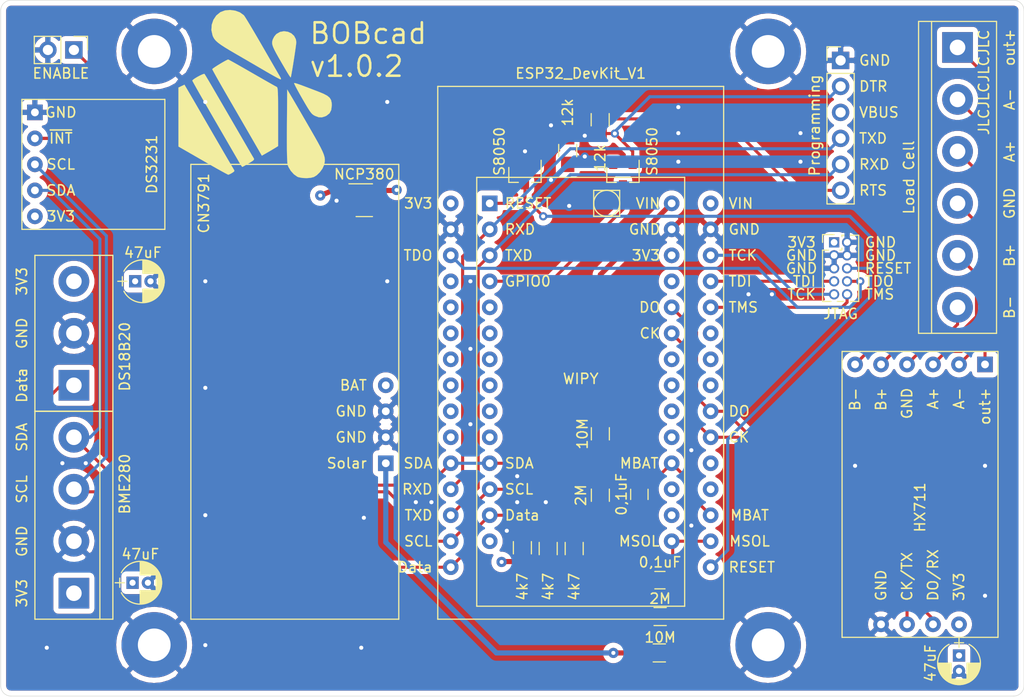
<source format=kicad_pcb>
(kicad_pcb (version 20171130) (host pcbnew "(5.1.9)-1")
  (title_block (date 2021-03-05) (rev v1.0.2) (comment 2 https://github.com/marcelgasser/BOBcad.git) (comment 3 "BOB (Bee Observer) inspired KiCad project for hive monitoring") (comment 4 "Author: Marcel Gasser"))
  (layers (0 F.Cu signal) (1 GND power) (2 PWR power) (31 B.Cu signal) (34 B.Paste user hide) (35 F.Paste user hide) (36 B.SilkS user) (37 F.SilkS user) (38 B.Mask user hide) (39 F.Mask user hide) (44 Edge.Cuts user))
  (net 0 "")
  (net 1 /3V3)
  (net 2 /BAT)
  (net 3 /Data)
  (net 4 /SCL)
  (net 5 /SDA)
  (net 6 "Net-(J6-Pad1)")
  (net 7 "Net-(J6-Pad2)")
  (net 8 "Net-(J6-Pad3)")
  (net 9 "Net-(J6-Pad4)")
  (net 10 "Net-(J6-Pad5)")
  (net 11 "Net-(J6-Pad6)")
  (net 12 /~INT)
  (net 13 /DO)
  (net 14 /CK)
  (net 15 /DTR)
  (net 16 /TXD)
  (net 17 /RXD)
  (net 18 /RTS)
  (net 19 /RESET)
  (net 20 /GPIO0)
  (net 21 /GPIO39)
  (net 22 "Net-(Q1-Pad2)")
  (net 23 "Net-(Q2-Pad2)")
  (net 24 GND)
  (net 25 /TDI)
  (net 26 /TDO)
  (net 27 /TCK)
  (net 28 /TMS)
  (net 29 /Solar)
  (net 30 /GPIO36)
  (net 31 /3.5-5.5V)
  (module BOBcad:BOB_logo (layer F.Cu) (at 116.446 69.858)
    (fp_text reference G*** hide)
    (fp_text value LOGO hide)
  )
  (module BOBcad:ESP32_DevKit_V1 (layer F.Cu) (at 161.006 116.092 180)
    (fp_text reference U4 hide)
    (fp_text value ESP32_DevKit_V1 (at 12.7 48.26 180) (layer F.SilkS))
    (fp_text user MBAT (at -3.81 5.08) (layer F.SilkS))
    (fp_text user TDO (at 28.59881 30.48 180) (layer F.SilkS))
    (fp_text user GND (at -3.286191 33.02 180) (layer F.SilkS))
    (fp_text user 3V3 (at 28.575 35.56 180) (layer F.SilkS))
    (fp_text user SDA (at 28.59881 10.16 180) (layer F.SilkS))
    (fp_text user TXD (at 28.551191 5.08 180) (layer F.SilkS))
    (fp_text user RXD (at 28.670238 7.62 180) (layer F.SilkS))
    (fp_text user SCL (at 28.575 2.54 180) (layer F.SilkS))
    (fp_text user Data (at 28.884524 0 180) (layer F.SilkS))
    (fp_text user RESET (at -4.024286 0 180) (layer F.SilkS))
    (fp_text user MSOL (at -3.81 2.54) (layer F.SilkS))
    (fp_text user CK (at -2.762381 12.7 180) (layer F.SilkS))
    (fp_text user DO (at -2.786191 15.24 180) (layer F.SilkS))
    (fp_text user TMS (at -3.190953 25.4 180) (layer F.SilkS))
    (fp_text user TDI (at -2.881429 27.94 180) (layer F.SilkS))
    (fp_text user TCK (at -3.143334 30.48 180) (layer F.SilkS))
    (fp_text user VIN (at -2.952857 35.56 180) (layer F.SilkS))
    (pad 1 thru_hole circle (at 0 0 180) (size 1.524 1.524) (drill 0.762) (layers *.Cu *.Mask) (net 19 /RESET))
    (pad 2 thru_hole circle (at 0 2.54 180) (size 1.524 1.524) (drill 0.762) (layers *.Cu *.Mask) (net 30 /GPIO36))
    (pad 3 thru_hole circle (at 0 5.08 180) (size 1.524 1.524) (drill 0.762) (layers *.Cu *.Mask) (net 21 /GPIO39))
    (pad 4 thru_hole circle (at 0 7.62 180) (size 1.524 1.524) (drill 0.762) (layers *.Cu *.Mask))
    (pad 5 thru_hole circle (at 0 10.16 180) (size 1.524 1.524) (drill 0.762) (layers *.Cu *.Mask))
    (pad 6 thru_hole circle (at 0 12.7 180) (size 1.524 1.524) (drill 0.762) (layers *.Cu *.Mask) (net 14 /CK))
    (pad 7 thru_hole circle (at 0 15.24 180) (size 1.524 1.524) (drill 0.762) (layers *.Cu *.Mask) (net 13 /DO))
    (pad 8 thru_hole circle (at 0 17.78 180) (size 1.524 1.524) (drill 0.762) (layers *.Cu *.Mask))
    (pad 9 thru_hole circle (at 0 20.32 180) (size 1.524 1.524) (drill 0.762) (layers *.Cu *.Mask))
    (pad 10 thru_hole circle (at 0 22.86 180) (size 1.524 1.524) (drill 0.762) (layers *.Cu *.Mask))
    (pad 11 thru_hole circle (at 0 25.4 180) (size 1.524 1.524) (drill 0.762) (layers *.Cu *.Mask) (net 28 /TMS))
    (pad 12 thru_hole circle (at 0 27.94 180) (size 1.524 1.524) (drill 0.762) (layers *.Cu *.Mask) (net 25 /TDI))
    (pad 13 thru_hole circle (at 0 30.48 180) (size 1.524 1.524) (drill 0.762) (layers *.Cu *.Mask) (net 27 /TCK))
    (pad 14 thru_hole circle (at 0 33.02 180) (size 1.524 1.524) (drill 0.762) (layers *.Cu *.Mask) (net 24 GND))
    (pad 15 thru_hole circle (at 0 35.56 180) (size 1.524 1.524) (drill 0.762) (layers *.Cu *.Mask) (net 31 /3.5-5.5V))
    (pad 21 thru_hole circle (at 25.4 22.86 180) (size 1.524 1.524) (drill 0.762) (layers *.Cu *.Mask))
    (pad 16 thru_hole circle (at 25.4 35.56 180) (size 1.524 1.524) (drill 0.762) (layers *.Cu *.Mask) (net 1 /3V3))
    (pad 25 thru_hole circle (at 25.4 12.7 180) (size 1.524 1.524) (drill 0.762) (layers *.Cu *.Mask))
    (pad 20 thru_hole circle (at 25.4 25.4 180) (size 1.524 1.524) (drill 0.762) (layers *.Cu *.Mask))
    (pad 17 thru_hole circle (at 25.4 33.02 180) (size 1.524 1.524) (drill 0.762) (layers *.Cu *.Mask) (net 24 GND))
    (pad 24 thru_hole circle (at 25.4 15.24 180) (size 1.524 1.524) (drill 0.762) (layers *.Cu *.Mask))
    (pad 29 thru_hole circle (at 25.4 2.54 180) (size 1.524 1.524) (drill 0.762) (layers *.Cu *.Mask) (net 4 /SCL))
    (pad 28 thru_hole circle (at 25.4 5.08 180) (size 1.524 1.524) (drill 0.762) (layers *.Cu *.Mask) (net 17 /RXD))
    (pad 23 thru_hole circle (at 25.4 17.78 180) (size 1.524 1.524) (drill 0.762) (layers *.Cu *.Mask))
    (pad 27 thru_hole circle (at 25.4 7.62 180) (size 1.524 1.524) (drill 0.762) (layers *.Cu *.Mask) (net 16 /TXD))
    (pad 19 thru_hole circle (at 25.4 27.94 180) (size 1.524 1.524) (drill 0.762) (layers *.Cu *.Mask))
    (pad 22 thru_hole circle (at 25.4 20.32 180) (size 1.524 1.524) (drill 0.762) (layers *.Cu *.Mask))
    (pad 18 thru_hole circle (at 25.4 30.48 180) (size 1.524 1.524) (drill 0.762) (layers *.Cu *.Mask) (net 26 /TDO))
    (pad 30 thru_hole circle (at 25.4 0 180) (size 1.524 1.524) (drill 0.762) (layers *.Cu *.Mask) (net 3 /Data))
    (pad 26 thru_hole circle (at 25.4 10.16 180) (size 1.524 1.524) (drill 0.762) (layers *.Cu *.Mask) (net 5 /SDA))
  )
  (module Capacitors_ThroughHole:CP_Radial_D4.0mm_P1.50mm (layer F.Cu) (at 104.762 88.146)
    (fp_text reference C5 hide)
    (fp_text value 47uF (at 0.75 -2.794) (layer F.SilkS))
    (pad 1 thru_hole rect (at 0 0) (size 1.2 1.2) (drill 0.6) (layers *.Cu *.Mask) (net 1 /3V3))
    (pad 2 thru_hole circle (at 1.5 0) (size 1.2 1.2) (drill 0.6) (layers *.Cu *.Mask) (net 24 GND))
  )
  (module Capacitors_ThroughHole:CP_Radial_D4.0mm_P1.50mm (layer F.Cu) (at 104.508 117.61)
    (fp_text reference C4 hide)
    (fp_text value 47uF (at 0.762 -2.794) (layer F.SilkS))
    (pad 1 thru_hole rect (at 0 0) (size 1.2 1.2) (drill 0.6) (layers *.Cu *.Mask) (net 1 /3V3))
    (pad 2 thru_hole circle (at 1.5 0) (size 1.2 1.2) (drill 0.6) (layers *.Cu *.Mask) (net 24 GND))
  )
  (module Capacitors_ThroughHole:CP_Radial_D4.0mm_P1.50mm (layer F.Cu) (at 185.28 124.722 270)
    (fp_text reference C2 hide)
    (fp_text value 47uF (at 0.75 2.794 90) (layer F.SilkS))
    (pad 1 thru_hole rect (at 0 0 270) (size 1.2 1.2) (drill 0.6) (layers *.Cu *.Mask) (net 1 /3V3))
    (pad 2 thru_hole circle (at 1.5 0 270) (size 1.2 1.2) (drill 0.6) (layers *.Cu *.Mask) (net 24 GND))
  )
  (module Capacitors_SMD:C_0805_HandSoldering (layer F.Cu) (at 156.05 117.356 180)
    (fp_text reference C3 hide)
    (fp_text value 0,1uF (at 0 1.75) (layer F.SilkS))
    (pad 1 smd rect (at -1.25 0 180) (size 1.5 1.25) (layers F.Cu F.Paste F.Mask) (net 30 /GPIO36))
    (pad 2 smd rect (at 1.25 0 180) (size 1.5 1.25) (layers F.Cu F.Paste F.Mask) (net 24 GND))
  )
  (module Capacitors_SMD:C_0805_HandSoldering (layer F.Cu) (at 154.038 108.974 270)
    (fp_text reference C1 hide)
    (fp_text value 0,1uF (at 0 1.75 90) (layer F.SilkS))
    (pad 1 smd rect (at -1.25 0 270) (size 1.5 1.25) (layers F.Cu F.Paste F.Mask) (net 21 /GPIO39))
    (pad 2 smd rect (at 1.25 0 270) (size 1.5 1.25) (layers F.Cu F.Paste F.Mask) (net 24 GND))
  )
  (module BOBcad:WiPy_module (layer F.Cu) (at 139.416 80.532)
    (fp_text reference U3 hide)
    (fp_text value WIPY (at 8.89 17.145) (layer F.SilkS))
    (fp_text user MBAT (at 14.605 25.4) (layer F.SilkS))
    (fp_text user CK (at 15.652619 12.7) (layer F.SilkS))
    (fp_text user DO (at 15.628809 10.16) (layer F.SilkS))
    (fp_text user 3V3 (at 15.271666 5.08) (layer F.SilkS))
    (fp_text user GND (at 15.128809 2.54) (layer F.SilkS))
    (fp_text user VIN (at 15.462143 0) (layer F.SilkS))
    (fp_text user Data (at 3.175 30.48) (layer F.SilkS))
    (fp_text user SCL (at 2.865476 27.94) (layer F.SilkS))
    (fp_text user SDA (at 2.889286 25.4) (layer F.SilkS))
    (fp_text user GPIO0 (at 3.722619 7.62) (layer F.SilkS))
    (fp_text user TXD (at 2.841667 5.08) (layer F.SilkS))
    (fp_text user RXD (at 2.960714 2.54) (layer F.SilkS))
    (fp_text user RESET (at 3.746429 0) (layer F.SilkS))
    (fp_text user MSOL (at 14.605 33.02) (layer F.SilkS))
    (pad 28 thru_hole circle (at 17.78 0) (size 1.524 1.524) (drill 0.762) (layers *.Cu *.Mask) (net 31 /3.5-5.5V))
    (pad 27 thru_hole circle (at 17.78 2.54) (size 1.524 1.524) (drill 0.762) (layers *.Cu *.Mask) (net 24 GND))
    (pad 26 thru_hole circle (at 17.78 5.08) (size 1.524 1.524) (drill 0.762) (layers *.Cu *.Mask) (net 1 /3V3))
    (pad 25 thru_hole circle (at 17.78 7.62) (size 1.524 1.524) (drill 0.762) (layers *.Cu *.Mask))
    (pad 24 thru_hole circle (at 17.78 10.16) (size 1.524 1.524) (drill 0.762) (layers *.Cu *.Mask) (net 13 /DO))
    (pad 23 thru_hole circle (at 17.78 12.7) (size 1.524 1.524) (drill 0.762) (layers *.Cu *.Mask) (net 14 /CK))
    (pad 22 thru_hole circle (at 17.78 15.24) (size 1.524 1.524) (drill 0.762) (layers *.Cu *.Mask))
    (pad 21 thru_hole circle (at 17.78 17.78) (size 1.524 1.524) (drill 0.762) (layers *.Cu *.Mask))
    (pad 20 thru_hole circle (at 17.78 20.32) (size 1.524 1.524) (drill 0.762) (layers *.Cu *.Mask))
    (pad 19 thru_hole circle (at 17.78 22.86) (size 1.524 1.524) (drill 0.762) (layers *.Cu *.Mask))
    (pad 18 thru_hole circle (at 17.78 25.4) (size 1.524 1.524) (drill 0.762) (layers *.Cu *.Mask) (net 21 /GPIO39))
    (pad 17 thru_hole circle (at 17.78 27.94) (size 1.524 1.524) (drill 0.762) (layers *.Cu *.Mask))
    (pad 16 thru_hole circle (at 17.78 30.48) (size 1.524 1.524) (drill 0.762) (layers *.Cu *.Mask))
    (pad 15 thru_hole circle (at 17.78 33.02) (size 1.524 1.524) (drill 0.762) (layers *.Cu *.Mask) (net 30 /GPIO36))
    (pad 14 thru_hole circle (at 0 33.02) (size 1.524 1.524) (drill 0.762) (layers *.Cu *.Mask))
    (pad 13 thru_hole circle (at 0 30.48) (size 1.524 1.524) (drill 0.762) (layers *.Cu *.Mask) (net 3 /Data))
    (pad 12 thru_hole circle (at 0 27.94) (size 1.524 1.524) (drill 0.762) (layers *.Cu *.Mask) (net 4 /SCL))
    (pad 11 thru_hole circle (at 0 25.4) (size 1.524 1.524) (drill 0.762) (layers *.Cu *.Mask) (net 5 /SDA))
    (pad 10 thru_hole circle (at 0 22.86) (size 1.524 1.524) (drill 0.762) (layers *.Cu *.Mask))
    (pad 9 thru_hole circle (at 0 20.32) (size 1.524 1.524) (drill 0.762) (layers *.Cu *.Mask))
    (pad 8 thru_hole circle (at 0 17.78) (size 1.524 1.524) (drill 0.762) (layers *.Cu *.Mask))
    (pad 7 thru_hole circle (at 0 15.24) (size 1.524 1.524) (drill 0.762) (layers *.Cu *.Mask))
    (pad 6 thru_hole circle (at 0 12.7) (size 1.524 1.524) (drill 0.762) (layers *.Cu *.Mask))
    (pad 5 thru_hole circle (at 0 10.16) (size 1.524 1.524) (drill 0.762) (layers *.Cu *.Mask))
    (pad 4 thru_hole circle (at 0 7.62) (size 1.524 1.524) (drill 0.762) (layers *.Cu *.Mask) (net 20 /GPIO0))
    (pad 3 thru_hole circle (at 0 5.08) (size 1.524 1.524) (drill 0.762) (layers *.Cu *.Mask) (net 17 /RXD))
    (pad 2 thru_hole circle (at 0 2.54) (size 1.524 1.524) (drill 0.762) (layers *.Cu *.Mask) (net 16 /TXD))
    (pad 1 thru_hole rect (at 0 0) (size 1.524 1.524) (drill 0.762) (layers *.Cu *.Mask) (net 19 /RESET))
  )
  (module BOBcad:CN3791_Module (layer F.Cu) (at 130.526 76.722 270)
    (fp_text reference J1 hide)
    (fp_text value CN3791 (at 3.81 19.05 270) (layer F.SilkS))
    (fp_text user BAT (at 21.59 4.437143) (layer F.SilkS))
    (fp_text user GND (at 24.13 4.651429) (layer F.SilkS))
    (fp_text user GND (at 26.67 4.651429) (layer F.SilkS))
    (fp_text user Solar (at 29.21 5.08) (layer F.SilkS))
    (pad 1 thru_hole rect (at 29.21 1.27 270) (size 1.524 1.524) (drill 0.762) (layers *.Cu *.Mask) (net 29 /Solar))
    (pad 2 thru_hole circle (at 26.67 1.27 270) (size 1.524 1.524) (drill 0.762) (layers *.Cu *.Mask) (net 24 GND))
    (pad 3 thru_hole circle (at 24.13 1.27 270) (size 1.524 1.524) (drill 0.762) (layers *.Cu *.Mask) (net 24 GND))
    (pad 4 thru_hole circle (at 21.59 1.27 270) (size 1.524 1.524) (drill 0.762) (layers *.Cu *.Mask) (net 2 /BAT))
  )
  (module BOBcad:DS3231mini (layer F.Cu) (at 94.966 71.642)
    (fp_text reference J7 hide)
    (fp_text value DS3231 (at 11.43 5.08 90) (layer F.SilkS))
    (fp_text user 3V3 (at 2.54 10.16) (layer F.SilkS))
    (fp_text user SDA (at 2.54 7.62) (layer F.SilkS))
    (fp_text user SCL (at 2.54 5.08) (layer F.SilkS))
    (fp_text user ~INT (at 2.54 2.54) (layer F.SilkS))
    (fp_text user GND (at 2.54 0) (layer F.SilkS))
    (pad 1 thru_hole rect (at 0 0) (size 1.524 1.524) (drill 0.762) (layers *.Cu *.Mask) (net 24 GND))
    (pad 2 thru_hole circle (at 0 2.54) (size 1.524 1.524) (drill 0.762) (layers *.Cu *.Mask) (net 12 /~INT))
    (pad 3 thru_hole circle (at 0 5.08) (size 1.524 1.524) (drill 0.762) (layers *.Cu *.Mask) (net 4 /SCL))
    (pad 4 thru_hole circle (at 0 7.62) (size 1.524 1.524) (drill 0.762) (layers *.Cu *.Mask) (net 5 /SDA))
    (pad 5 thru_hole circle (at 0 10.16) (size 1.524 1.524) (drill 0.762) (layers *.Cu *.Mask) (net 1 /3V3))
  )
  (module Housings_SSOP:TSOP-6_1.65x3.05mm_Pitch0.95mm (layer F.Cu) (at 127.156 80.222)
    (fp_text reference U1 hide)
    (fp_text value NCP380 (at 0 -2.54) (layer F.SilkS))
    (pad 1 smd rect (at -1.16 -0.95) (size 0.7 0.51) (layers F.Cu F.Paste F.Mask) (net 2 /BAT))
    (pad 2 smd rect (at -1.16 0) (size 0.7 0.51) (layers F.Cu F.Paste F.Mask) (net 24 GND))
    (pad 3 smd rect (at -1.16 0.95) (size 0.7 0.51) (layers F.Cu F.Paste F.Mask) (net 12 /~INT))
    (pad 4 smd rect (at 1.16 0.95) (size 0.7 0.51) (layers F.Cu F.Paste F.Mask))
    (pad 5 smd rect (at 1.16 0) (size 0.7 0.51) (layers F.Cu F.Paste F.Mask))
    (pad 6 smd rect (at 1.16 -0.95) (size 0.7 0.51) (layers F.Cu F.Paste F.Mask) (net 31 /3.5-5.5V))
  )
  (module TO_SOT_Packages_SMD:SOT-23 (layer F.Cu) (at 152.436 77.722 270)
    (fp_text reference Q1 hide)
    (fp_text value S8050 (at -2.27 -2.855 90) (layer F.SilkS))
    (pad 1 smd rect (at -1 -0.95 270) (size 0.9 0.8) (layers F.Cu F.Paste F.Mask) (net 15 /DTR))
    (pad 2 smd rect (at -1 0.95 270) (size 0.9 0.8) (layers F.Cu F.Paste F.Mask) (net 22 "Net-(Q1-Pad2)"))
    (pad 3 smd rect (at 1 0 270) (size 0.9 0.8) (layers F.Cu F.Paste F.Mask) (net 20 /GPIO0))
  )
  (module Resistors_SMD:R_0805_HandSoldering (layer F.Cu) (at 147.036 75.372 270)
    (fp_text reference R6 hide)
    (fp_text value 12k (at -3.73 0 90) (layer F.SilkS))
    (pad 1 smd rect (at -1.35 0 270) (size 1.5 1.3) (layers F.Cu F.Paste F.Mask) (net 18 /RTS))
    (pad 2 smd rect (at 1.35 0 270) (size 1.5 1.3) (layers F.Cu F.Paste F.Mask) (net 22 "Net-(Q1-Pad2)"))
  )
  (module Resistors_SMD:R_0805_HandSoldering (layer F.Cu) (at 150.211 72.357 270)
    (fp_text reference R5 hide)
    (fp_text value 12k (at 3.73 0 90) (layer F.SilkS))
    (pad 1 smd rect (at -1.35 0 270) (size 1.5 1.3) (layers F.Cu F.Paste F.Mask) (net 23 "Net-(Q2-Pad2)"))
    (pad 2 smd rect (at 1.35 0 270) (size 1.5 1.3) (layers F.Cu F.Paste F.Mask) (net 15 /DTR))
  )
  (module TO_SOT_Packages_SMD:SOT-23 (layer F.Cu) (at 142.861 77.722 270)
    (fp_text reference Q2 hide)
    (fp_text value S8050 (at -2.27 2.5 90) (layer F.SilkS))
    (pad 1 smd rect (at -1 -0.95 270) (size 0.9 0.8) (layers F.Cu F.Paste F.Mask) (net 18 /RTS))
    (pad 2 smd rect (at -1 0.95 270) (size 0.9 0.8) (layers F.Cu F.Paste F.Mask) (net 23 "Net-(Q2-Pad2)"))
    (pad 3 smd rect (at 1 0 270) (size 0.9 0.8) (layers F.Cu F.Paste F.Mask) (net 19 /RESET))
  )
  (module Resistors_SMD:R_0805_HandSoldering (layer F.Cu) (at 147.671 114.267 90)
    (fp_text reference R3 hide)
    (fp_text value 4k7 (at -3.73 0 90) (layer F.SilkS))
    (pad 1 smd rect (at -1.35 0 90) (size 1.5 1.3) (layers F.Cu F.Paste F.Mask) (net 1 /3V3))
    (pad 2 smd rect (at 1.35 0 90) (size 1.5 1.3) (layers F.Cu F.Paste F.Mask) (net 5 /SDA))
  )
  (module Terminal_Blocks:TerminalBlock_bornier-4_P5.08mm (layer F.Cu) (at 98.776 118.632 90)
    (fp_text reference J4 hide)
    (fp_text value BME280 (at 10.674 4.97 90) (layer F.SilkS))
    (pad 2 thru_hole circle (at 5.08 0 90) (size 3 3) (drill 1.52) (layers *.Cu *.Mask) (net 24 GND))
    (pad 3 thru_hole circle (at 10.16 0 90) (size 3 3) (drill 1.52) (layers *.Cu *.Mask) (net 4 /SCL))
    (pad 1 thru_hole rect (at 0 0 90) (size 3 3) (drill 1.52) (layers *.Cu *.Mask) (net 1 /3V3))
    (pad 4 thru_hole circle (at 15.24 0 90) (size 3 3) (drill 1.52) (layers *.Cu *.Mask) (net 5 /SDA))
  )
  (module Terminal_Blocks:TerminalBlock_bornier-3_P5.08mm (layer F.Cu) (at 98.776 98.312 90)
    (fp_text reference J3 hide)
    (fp_text value DS18B20 (at 2.8 4.97 90) (layer F.SilkS))
    (pad 1 thru_hole rect (at 0 0 90) (size 3 3) (drill 1.52) (layers *.Cu *.Mask) (net 3 /Data))
    (pad 2 thru_hole circle (at 5.08 0 90) (size 3 3) (drill 1.52) (layers *.Cu *.Mask) (net 24 GND))
    (pad 3 thru_hole circle (at 10.16 0 90) (size 3 3) (drill 1.52) (layers *.Cu *.Mask) (net 1 /3V3))
  )
  (module Pin_Headers:Pin_Header_Straight_2x05_Pitch1.27mm (layer F.Cu) (at 173.071 84.342)
    (fp_text reference J2 hide)
    (fp_text value JTAG)
    (pad 1 thru_hole rect (at 0 0) (size 1 1) (drill 0.65) (layers *.Cu *.Mask) (net 1 /3V3))
    (pad 2 thru_hole oval (at 1.27 0) (size 1 1) (drill 0.65) (layers *.Cu *.Mask) (net 24 GND))
    (pad 3 thru_hole oval (at 0 1.27) (size 1 1) (drill 0.65) (layers *.Cu *.Mask) (net 24 GND))
    (pad 4 thru_hole oval (at 1.27 1.27) (size 1 1) (drill 0.65) (layers *.Cu *.Mask) (net 24 GND))
    (pad 5 thru_hole oval (at 0 2.54) (size 1 1) (drill 0.65) (layers *.Cu *.Mask) (net 24 GND))
    (pad 6 thru_hole oval (at 1.27 2.54) (size 1 1) (drill 0.65) (layers *.Cu *.Mask) (net 19 /RESET))
    (pad 7 thru_hole oval (at 0 3.81) (size 1 1) (drill 0.65) (layers *.Cu *.Mask) (net 25 /TDI))
    (pad 8 thru_hole oval (at 1.27 3.81) (size 1 1) (drill 0.65) (layers *.Cu *.Mask) (net 26 /TDO))
    (pad 9 thru_hole oval (at 0 5.08) (size 1 1) (drill 0.65) (layers *.Cu *.Mask) (net 27 /TCK))
    (pad 10 thru_hole oval (at 1.27 5.08) (size 1 1) (drill 0.65) (layers *.Cu *.Mask) (net 28 /TMS))
  )
  (module Resistors_SMD:R_0805_HandSoldering (layer F.Cu) (at 142.608 114.187 90)
    (fp_text reference R7 hide)
    (fp_text value 4k7 (at -3.81 0 90) (layer F.SilkS))
    (pad 1 smd rect (at -1.35 0 90) (size 1.5 1.3) (layers F.Cu F.Paste F.Mask) (net 1 /3V3))
    (pad 2 smd rect (at 1.35 0 90) (size 1.5 1.3) (layers F.Cu F.Paste F.Mask) (net 3 /Data))
  )
  (module Resistors_SMD:R_0805_HandSoldering (layer F.Cu) (at 145.131 114.267 90)
    (fp_text reference R4 hide)
    (fp_text value 4k7 (at -3.73 0 90) (layer F.SilkS))
    (pad 1 smd rect (at -1.35 0 90) (size 1.5 1.3) (layers F.Cu F.Paste F.Mask) (net 1 /3V3))
    (pad 2 smd rect (at 1.35 0 90) (size 1.5 1.3) (layers F.Cu F.Paste F.Mask) (net 4 /SCL))
  )
  (module Resistors_SMD:R_0805_HandSoldering (layer F.Cu) (at 150.228 109.054 270)
    (fp_text reference R2 hide)
    (fp_text value 2M (at 0 1.905 90) (layer F.SilkS))
    (pad 1 smd rect (at -1.35 0 270) (size 1.5 1.3) (layers F.Cu F.Paste F.Mask) (net 21 /GPIO39))
    (pad 2 smd rect (at 1.35 0 270) (size 1.5 1.3) (layers F.Cu F.Paste F.Mask) (net 24 GND))
  )
  (module Resistors_SMD:R_0805_HandSoldering (layer F.Cu) (at 150.228 103.052 270)
    (fp_text reference R1 hide)
    (fp_text value 10M (at 0 1.75 90) (layer F.SilkS))
    (pad 1 smd rect (at -1.35 0 270) (size 1.5 1.3) (layers F.Cu F.Paste F.Mask) (net 31 /3.5-5.5V))
    (pad 2 smd rect (at 1.35 0 270) (size 1.5 1.3) (layers F.Cu F.Paste F.Mask) (net 21 /GPIO39))
  )
  (module BOBcad:HX711_module (layer F.Cu) (at 187.82 96.274 270)
    (fp_text reference U2 hide)
    (fp_text value HX711 (at 13.97 6.35 90) (layer F.SilkS))
    (fp_text user GND (at 21.59 10.16 90) (layer F.SilkS))
    (fp_text user CK/TX (at 20.732857 7.62 90) (layer F.SilkS))
    (fp_text user DO/RX (at 20.59 5.08 90) (layer F.SilkS))
    (fp_text user 3V3 (at 21.732857 2.54 90) (layer F.SilkS))
    (fp_text user B- (at 3.405238 12.7 90) (layer F.SilkS))
    (fp_text user B+ (at 3.405238 10.16 90) (layer F.SilkS))
    (fp_text user GND (at 3.81 7.62 90) (layer F.SilkS))
    (fp_text user A+ (at 3.33381 5.08 90) (layer F.SilkS))
    (fp_text user A- (at 3.33381 2.54 90) (layer F.SilkS))
    (fp_text user out+ (at 4.095715 0 90) (layer F.SilkS))
    (pad 10 thru_hole circle (at 25.4 10.16 270) (size 1.524 1.524) (drill 0.762) (layers *.Cu *.Mask) (net 24 GND))
    (pad 9 thru_hole circle (at 25.4 7.62 270) (size 1.524 1.524) (drill 0.762) (layers *.Cu *.Mask) (net 14 /CK))
    (pad 8 thru_hole circle (at 25.4 5.08 270) (size 1.524 1.524) (drill 0.762) (layers *.Cu *.Mask) (net 13 /DO))
    (pad 7 thru_hole circle (at 25.4 2.54 270) (size 1.524 1.524) (drill 0.762) (layers *.Cu *.Mask) (net 1 /3V3))
    (pad 6 thru_hole circle (at 0 12.7 270) (size 1.524 1.524) (drill 0.762) (layers *.Cu *.Mask) (net 11 "Net-(J6-Pad6)"))
    (pad 5 thru_hole circle (at 0 10.16 270) (size 1.524 1.524) (drill 0.762) (layers *.Cu *.Mask) (net 10 "Net-(J6-Pad5)"))
    (pad 4 thru_hole circle (at 0 7.62 270) (size 1.524 1.524) (drill 0.762) (layers *.Cu *.Mask) (net 9 "Net-(J6-Pad4)"))
    (pad 3 thru_hole circle (at 0 5.08 270) (size 1.524 1.524) (drill 0.762) (layers *.Cu *.Mask) (net 8 "Net-(J6-Pad3)"))
    (pad 2 thru_hole circle (at 0 2.54 270) (size 1.524 1.524) (drill 0.762) (layers *.Cu *.Mask) (net 7 "Net-(J6-Pad2)"))
    (pad 1 thru_hole rect (at 0 0 270) (size 1.524 1.524) (drill 0.762) (layers *.Cu *.Mask) (net 6 "Net-(J6-Pad1)"))
  )
  (module Terminal_Blocks:TerminalBlock_bornier-6_P5.08mm (layer F.Cu) (at 185.136 65.292 270)
    (fp_text reference J6 hide)
    (fp_text value "Load Cell" (at 12.7 4.75 90) (layer F.SilkS))
    (pad 2 thru_hole circle (at 5.08 0 270) (size 3 3) (drill 1.52) (layers *.Cu *.Mask) (net 7 "Net-(J6-Pad2)"))
    (pad 3 thru_hole circle (at 10.16 0 270) (size 3 3) (drill 1.52) (layers *.Cu *.Mask) (net 8 "Net-(J6-Pad3)"))
    (pad 1 thru_hole rect (at 0 0 270) (size 3 3) (drill 1.52) (layers *.Cu *.Mask) (net 6 "Net-(J6-Pad1)"))
    (pad 4 thru_hole circle (at 15.24 0 270) (size 3 3) (drill 1.52) (layers *.Cu *.Mask) (net 9 "Net-(J6-Pad4)"))
    (pad 5 thru_hole circle (at 20.32 0 270) (size 3 3) (drill 1.52) (layers *.Cu *.Mask) (net 10 "Net-(J6-Pad5)"))
    (pad 6 thru_hole circle (at 25.4 0 270) (size 3 3) (drill 1.52) (layers *.Cu *.Mask) (net 11 "Net-(J6-Pad6)"))
  )
  (module Pin_Headers:Pin_Header_Straight_1x06_Pitch2.54mm (layer F.Cu) (at 173.706 66.562)
    (fp_text reference J10 hide)
    (fp_text value Programming (at -2.54 6.35 270) (layer F.SilkS))
    (pad 1 thru_hole rect (at 0 0) (size 1.7 1.7) (drill 1) (layers *.Cu *.Mask) (net 24 GND))
    (pad 2 thru_hole oval (at 0 2.54) (size 1.7 1.7) (drill 1) (layers *.Cu *.Mask) (net 15 /DTR))
    (pad 3 thru_hole oval (at 0 5.08) (size 1.7 1.7) (drill 1) (layers *.Cu *.Mask) (net 31 /3.5-5.5V))
    (pad 4 thru_hole oval (at 0 7.62) (size 1.7 1.7) (drill 1) (layers *.Cu *.Mask) (net 16 /TXD))
    (pad 5 thru_hole oval (at 0 10.16) (size 1.7 1.7) (drill 1) (layers *.Cu *.Mask) (net 17 /RXD))
    (pad 6 thru_hole oval (at 0 12.7) (size 1.7 1.7) (drill 1) (layers *.Cu *.Mask) (net 18 /RTS))
  )
  (module Pin_Headers:Pin_Header_Straight_1x02_Pitch2.54mm (layer F.Cu) (at 98.776 65.54 270)
    (fp_text reference J12 hide)
    (fp_text value EN)
    (pad 1 thru_hole rect (at 0 0 270) (size 1.7 1.7) (drill 1) (layers *.Cu *.Mask) (net 12 /~INT))
    (pad 2 thru_hole oval (at 0 2.54 270) (size 1.7 1.7) (drill 1) (layers *.Cu *.Mask) (net 24 GND))
  )
  (module Mounting_Holes:MountingHole_3.2mm_M3_Pad (layer F.Cu) (at 166.626 123.682)
    (fp_text reference H4 hide)
    (fp_text value MountingHole_Pad)
    (pad 1 thru_hole circle (at 0 0) (size 6.4 6.4) (drill 3.2) (layers *.Cu *.Mask) (net 24 GND))
  )
  (module Mounting_Holes:MountingHole_3.2mm_M3_Pad (layer F.Cu) (at 106.626 123.682)
    (fp_text reference H3 hide)
    (fp_text value MountingHole_Pad)
    (pad 1 thru_hole circle (at 0 0) (size 6.4 6.4) (drill 3.2) (layers *.Cu *.Mask) (net 24 GND))
  )
  (module Mounting_Holes:MountingHole_3.2mm_M3_Pad (layer F.Cu) (at 166.626 65.682)
    (fp_text reference H2 hide)
    (fp_text value MountingHole_Pad)
    (pad 1 thru_hole circle (at 0 0) (size 6.4 6.4) (drill 3.2) (layers *.Cu *.Mask) (net 24 GND))
  )
  (module Mounting_Holes:MountingHole_3.2mm_M3_Pad (layer F.Cu) (at 106.626 65.682)
    (fp_text reference H1 hide)
    (fp_text value MountingHole_Pad)
    (pad 1 thru_hole circle (at 0 0) (size 6.4 6.4) (drill 3.2) (layers *.Cu *.Mask) (net 24 GND))
  )
  (module Resistors_SMD:R_0805_HandSoldering (layer F.Cu) (at 155.99 124.468)
    (fp_text reference R8 hide)
    (fp_text value 10M (at 0.08 -1.524) (layer F.SilkS))
    (pad 1 smd rect (at -1.35 0) (size 1.5 1.3) (layers F.Cu F.Paste F.Mask) (net 29 /Solar))
    (pad 2 smd rect (at 1.35 0) (size 1.5 1.3) (layers F.Cu F.Paste F.Mask) (net 30 /GPIO36))
  )
  (module Resistors_SMD:R_0805_HandSoldering (layer F.Cu) (at 156.07 120.912 180)
    (fp_text reference R9 hide)
    (fp_text value 2M (at 0 1.75) (layer F.SilkS))
    (pad 2 smd rect (at 1.35 0 180) (size 1.5 1.3) (layers F.Cu F.Paste F.Mask) (net 24 GND))
    (pad 1 smd rect (at -1.35 0 180) (size 1.5 1.3) (layers F.Cu F.Paste F.Mask) (net 30 /GPIO36))
  )
  (gr_text "BOBcad\nv1.0.2" (at 121.666 65.532) (layer F.SilkS) (effects (font (size 2 2) (thickness 0.25)) (justify left)))
  (gr_text JLCJLCJLCJLC (at 187.706 68.707 90) (layer F.SilkS) (effects (font (size 1 1))))
  (gr_arc (start 92.626 61.682) (end 92.626 60.682) (angle -90) (layer Edge.Cuts) (width 0.05))
  (gr_arc (start 92.626 127.682) (end 91.626 127.682) (angle -90) (layer Edge.Cuts) (width 0.05))
  (gr_arc (start 190.626 127.682) (end 190.626 128.682) (angle -90) (layer Edge.Cuts) (width 0.05))
  (gr_arc (start 190.626 61.682) (end 191.626 61.682) (angle -90) (layer Edge.Cuts) (width 0.05))
  (gr_text JTAG (at 173.706 91.327) (layer F.SilkS) (effects (font (size 1 1))))
  (gr_text GND (at 169.896 85.612) (layer F.SilkS) (effects (font (size 1 1))))
  (gr_text GND (at 169.896 86.882) (layer F.SilkS) (effects (font (size 1 1))))
  (gr_text GND (at 177.611238 84.342) (layer F.SilkS) (effects (font (size 1 1))))
  (gr_text GND (at 177.611238 85.612) (layer F.SilkS) (effects (font (size 1 1))))
  (gr_text 3V3 (at 169.896 84.342) (layer F.SilkS) (effects (font (size 1 1))))
  (gr_text TDI (at 170.157905 88.152) (layer F.SilkS) (effects (font (size 1 1))))
  (gr_text "TCK\n" (at 169.896 89.422) (layer F.SilkS) (effects (font (size 1 1))))
  (gr_text TMS (at 177.516 89.422) (layer F.SilkS) (effects (font (size 1 1))))
  (gr_text "TDO\n" (at 177.492191 88.152) (layer F.SilkS) (effects (font (size 1 1))))
  (gr_text RESET (at 178.349334 86.882) (layer F.SilkS) (effects (font (size 1 1))))
  (gr_text out+ (at 190.216 65.292 90) (layer F.SilkS) (effects (font (size 1 1))))
  (gr_text A- (at 190.216 70.372 90) (layer F.SilkS) (effects (font (size 1 1))))
  (gr_text A+ (at 190.216 75.452 90) (layer F.SilkS) (effects (font (size 1 1))))
  (gr_text GND (at 190.216 80.532 90) (layer F.SilkS) (effects (font (size 1 1))))
  (gr_text B+ (at 190.216 85.612 90) (layer F.SilkS) (effects (font (size 1 1))))
  (gr_text B- (at 190.216 90.692 90) (layer F.SilkS) (effects (font (size 1 1))))
  (gr_text 3V3 (at 93.696 118.632 90) (layer F.SilkS) (effects (font (size 1 1))))
  (gr_text GND (at 93.696 113.552 90) (layer F.SilkS) (effects (font (size 1 1))))
  (gr_text SCL (at 93.696 108.472 90) (layer F.SilkS) (effects (font (size 1 1))))
  (gr_text SDA (at 93.696 103.392 90) (layer F.SilkS) (effects (font (size 1 1))))
  (gr_text Data (at 93.696 98.312 90) (layer F.SilkS) (effects (font (size 1 1))))
  (gr_text GND (at 93.696 93.232 90) (layer F.SilkS) (effects (font (size 1 1))))
  (gr_text 3V3 (at 93.696 88.152 90) (layer F.SilkS) (effects (font (size 1 1))))
  (gr_text "RTS\n" (at 176.881 79.262) (layer F.SilkS) (effects (font (size 1 1))))
  (gr_text RXD (at 177.000047 76.722) (layer F.SilkS) (effects (font (size 1 1))))
  (gr_text TXD (at 176.881 74.182) (layer F.SilkS) (effects (font (size 1 1))))
  (gr_text VBUS (at 177.452428 71.642) (layer F.SilkS) (effects (font (size 1 1))))
  (gr_text DTR (at 176.904809 69.102) (layer F.SilkS) (effects (font (size 1 1))))
  (gr_text GND (at 177.047666 66.562) (layer F.SilkS) (effects (font (size 1 1))))
  (gr_text ENABLE (at 97.506 67.832) (layer F.SilkS) (effects (font (size 1 1))))
  (gr_line (start 91.626 127.682) (end 91.626 61.682) (layer Edge.Cuts) (width 0.05))
  (gr_line (start 190.626 128.682) (end 92.626 128.682) (layer Edge.Cuts) (width 0.05))
  (gr_line (start 191.626 61.682) (end 191.626 127.682) (layer Edge.Cuts) (width 0.05))
  (gr_line (start 92.626 60.682) (end 190.626 60.682) (layer Edge.Cuts) (width 0.05))
  (segment (start 157.196 85.612) (end 157.196 86.282002) (width 0.2) (layer F.Cu) (net 1))
  (segment (start 142.591 115.617) (end 145.131 115.617) (width 0.5) (layer F.Cu) (net 1))
  (segment (start 145.131 115.617) (end 147.671 115.617) (width 0.5) (layer F.Cu) (net 1))
  (segment (start 145.148 115.634) (end 145.131 115.617) (width 0.5) (layer F.Cu) (net 1))
  (via (at 140.576 115.578) (size 1) (drill 0.4) (layers F.Cu B.Cu) (net 1))
  (segment (start 140.617 115.537) (end 140.576 115.578) (width 0.5) (layer F.Cu) (net 1))
  (segment (start 142.608 115.537) (end 140.617 115.537) (width 0.5) (layer F.Cu) (net 1))
  (segment (start 124.080949 79.272) (end 125.996 79.272) (width 0.5) (layer F.Cu) (net 2))
  (segment (start 122.855959 79.764) (end 124.080949 79.272) (width 0.5) (layer F.Cu) (net 2))
  (via (at 122.855959 79.764) (size 1) (drill 0.4) (layers F.Cu B.Cu) (net 2))
  (segment (start 137.511 112.917) (end 137.511 114.187) (width 0.3) (layer F.Cu) (net 3))
  (segment (start 139.416 111.012) (end 137.511 112.917) (width 0.3) (layer F.Cu) (net 3))
  (segment (start 137.511 114.187) (end 135.606 116.092) (width 0.3) (layer F.Cu) (net 3))
  (segment (start 142.591 111.647) (end 142.591 112.917) (width 0.3) (layer F.Cu) (net 3))
  (segment (start 141.956 111.012) (end 142.591 111.647) (width 0.3) (layer F.Cu) (net 3))
  (segment (start 139.416 111.012) (end 141.956 111.012) (width 0.3) (layer F.Cu) (net 3))
  (segment (start 96.236 99.582) (end 97.506 98.312) (width 0.3) (layer F.Cu) (net 3))
  (segment (start 135.606 116.092) (end 97.792499 116.092) (width 0.3) (layer F.Cu) (net 3))
  (segment (start 96.236 114.535501) (end 96.236 99.582) (width 0.3) (layer F.Cu) (net 3))
  (segment (start 97.792499 116.092) (end 96.236 114.535501) (width 0.3) (layer F.Cu) (net 3))
  (segment (start 137.511 111.647) (end 135.606 113.552) (width 0.3) (layer F.Cu) (net 4))
  (segment (start 139.416 108.472) (end 137.511 110.377) (width 0.3) (layer F.Cu) (net 4))
  (segment (start 137.511 110.377) (end 137.511 111.647) (width 0.3) (layer F.Cu) (net 4))
  (segment (start 145.131 112.282) (end 145.131 112.917) (width 0.2) (layer F.Cu) (net 4))
  (segment (start 145.131 111.243) (end 145.131 112.282) (width 0.3) (layer F.Cu) (net 4))
  (segment (start 142.36 108.472) (end 145.131 111.243) (width 0.3) (layer F.Cu) (net 4))
  (segment (start 139.416 108.472) (end 142.36 108.472) (width 0.3) (layer F.Cu) (net 4))
  (segment (start 101.951 83.707) (end 94.966 76.722) (width 0.3) (layer B.Cu) (net 4))
  (segment (start 101.951 105.297) (end 101.951 83.707) (width 0.3) (layer B.Cu) (net 4))
  (segment (start 98.776 108.472) (end 101.951 105.297) (width 0.3) (layer B.Cu) (net 4))
  (segment (start 99.024 108.72) (end 98.776 108.472) (width 0.3) (layer F.Cu) (net 4))
  (segment (start 129.504 108.72) (end 99.024 108.72) (width 0.3) (layer F.Cu) (net 4))
  (segment (start 134.336 113.552) (end 129.504 108.72) (width 0.3) (layer F.Cu) (net 4))
  (segment (start 135.606 113.552) (end 134.336 113.552) (width 0.3) (layer F.Cu) (net 4))
  (segment (start 139.416 105.932) (end 135.606 105.932) (width 0.3) (layer B.Cu) (net 5))
  (segment (start 101.316 102.4395) (end 101.316 84.0245) (width 0.3) (layer B.Cu) (net 5))
  (segment (start 96.5535 79.262) (end 94.966 79.262) (width 0.3) (layer B.Cu) (net 5))
  (segment (start 97.506 103.392) (end 100.3635 103.392) (width 0.3) (layer B.Cu) (net 5))
  (segment (start 100.3635 103.392) (end 101.316 102.4395) (width 0.3) (layer B.Cu) (net 5))
  (segment (start 101.316 84.0245) (end 96.5535 79.262) (width 0.3) (layer B.Cu) (net 5))
  (segment (start 98.776 103.392) (end 97.506 103.392) (width 0.2) (layer F.Cu) (net 5))
  (segment (start 133.466011 108.071989) (end 103.455989 108.071989) (width 0.3) (layer F.Cu) (net 5))
  (segment (start 103.455989 108.071989) (end 98.776 103.392) (width 0.3) (layer F.Cu) (net 5))
  (segment (start 135.606 105.932) (end 133.466011 108.071989) (width 0.3) (layer F.Cu) (net 5))
  (segment (start 147.671 110.481) (end 147.671 112.917) (width 0.3) (layer F.Cu) (net 5))
  (segment (start 143.122 105.932) (end 147.671 110.481) (width 0.3) (layer F.Cu) (net 5))
  (segment (start 139.416 105.932) (end 143.122 105.932) (width 0.3) (layer F.Cu) (net 5))
  (segment (start 189.09 69.246) (end 185.136 65.292) (width 0.3) (layer F.Cu) (net 6))
  (segment (start 189.09 93.48) (end 189.09 69.246) (width 0.3) (layer F.Cu) (net 6))
  (segment (start 187.82 94.75) (end 189.09 93.48) (width 0.3) (layer F.Cu) (net 6))
  (segment (start 187.82 96.274) (end 187.82 94.75) (width 0.3) (layer F.Cu) (net 6))
  (segment (start 185.136 70.372) (end 188.589989 73.825989) (width 0.3) (layer F.Cu) (net 7))
  (segment (start 188.589989 92.964011) (end 185.28 96.274) (width 0.3) (layer F.Cu) (net 7))
  (segment (start 188.589989 73.825989) (end 188.589989 92.964011) (width 0.3) (layer F.Cu) (net 7))
  (segment (start 184.01 95.004) (end 182.74 96.274) (width 0.3) (layer F.Cu) (net 8))
  (segment (start 185.509124 95.004) (end 184.01 95.004) (width 0.3) (layer F.Cu) (net 8))
  (segment (start 187.986019 78.302019) (end 187.986019 92.527104) (width 0.3) (layer F.Cu) (net 8))
  (segment (start 187.986019 92.527104) (end 185.509124 95.004) (width 0.3) (layer F.Cu) (net 8))
  (segment (start 185.136 75.452) (end 187.986019 78.302019) (width 0.3) (layer F.Cu) (net 8))
  (segment (start 181.993978 94.480022) (end 180.2 96.274) (width 0.3) (layer F.Cu) (net 9))
  (segment (start 185.04454 94.480022) (end 181.993978 94.480022) (width 0.3) (layer F.Cu) (net 9))
  (segment (start 187.486011 92.038551) (end 185.04454 94.480022) (width 0.3) (layer F.Cu) (net 9))
  (segment (start 187.486011 82.882011) (end 187.486011 92.038551) (width 0.3) (layer F.Cu) (net 9))
  (segment (start 185.136 80.532) (end 187.486011 82.882011) (width 0.3) (layer F.Cu) (net 9))
  (segment (start 179.953989 93.980011) (end 177.66 96.274) (width 0.3) (layer F.Cu) (net 10))
  (segment (start 184.585991 93.980011) (end 179.953989 93.980011) (width 0.3) (layer F.Cu) (net 10))
  (segment (start 186.986001 91.580001) (end 184.585991 93.980011) (width 0.3) (layer F.Cu) (net 10))
  (segment (start 186.986001 87.462001) (end 186.986001 91.580001) (width 0.3) (layer F.Cu) (net 10))
  (segment (start 185.136 85.612) (end 186.986001 87.462001) (width 0.3) (layer F.Cu) (net 10))
  (segment (start 185.136 92.354) (end 185.136 90.692) (width 0.3) (layer F.Cu) (net 11))
  (segment (start 184.01 93.48) (end 185.136 92.354) (width 0.3) (layer F.Cu) (net 11))
  (segment (start 177.914 93.48) (end 184.01 93.48) (width 0.3) (layer F.Cu) (net 11))
  (segment (start 175.12 96.274) (end 177.914 93.48) (width 0.3) (layer F.Cu) (net 11))
  (segment (start 105.556 81.172) (end 125.996 81.172) (width 0.3) (layer F.Cu) (net 12))
  (segment (start 94.966 74.182) (end 98.566 74.182) (width 0.3) (layer F.Cu) (net 12))
  (segment (start 98.566 74.182) (end 105.556 81.172) (width 0.3) (layer F.Cu) (net 12))
  (segment (start 98.528 74.182) (end 94.966 74.182) (width 0.3) (layer F.Cu) (net 12))
  (segment (start 100.444 72.618) (end 98.776 74.286) (width 0.3) (layer F.Cu) (net 12))
  (segment (start 100.444 67.208) (end 100.444 72.618) (width 0.3) (layer F.Cu) (net 12))
  (segment (start 98.776 65.54) (end 100.444 67.208) (width 0.3) (layer F.Cu) (net 12))
  (segment (start 161.006 100.852) (end 161.006 101.487) (width 0.2) (layer F.Cu) (net 13))
  (segment (start 160.371 100.852) (end 161.006 100.852) (width 0.2) (layer F.Cu) (net 13))
  (segment (start 157.196 90.692) (end 157.196 91.327) (width 0.2) (layer F.Cu) (net 13))
  (segment (start 159.626 99.472) (end 161.006 100.852) (width 0.3) (layer F.Cu) (net 13))
  (segment (start 159.626 93.122) (end 159.626 99.472) (width 0.3) (layer F.Cu) (net 13))
  (segment (start 157.196 90.692) (end 159.626 93.122) (width 0.3) (layer F.Cu) (net 13))
  (segment (start 162.426 100.852) (end 161.006 100.852) (width 0.3) (layer F.Cu) (net 13))
  (segment (start 182.74 121.166) (end 162.426 100.852) (width 0.3) (layer F.Cu) (net 13))
  (segment (start 182.74 121.674) (end 182.74 121.166) (width 0.3) (layer F.Cu) (net 13))
  (segment (start 161.006 102.757) (end 161.006 103.392) (width 0.2) (layer F.Cu) (net 14))
  (segment (start 157.196 93.232) (end 157.831 93.232) (width 0.2) (layer F.Cu) (net 14))
  (segment (start 161.006 103.392) (end 161.641 103.392) (width 0.2) (layer F.Cu) (net 14))
  (segment (start 161.006 103.392) (end 161.006 103.58437) (width 0.3) (layer F.Cu) (net 14))
  (segment (start 158.864 101.25) (end 161.006 103.392) (width 0.3) (layer F.Cu) (net 14))
  (segment (start 158.864 94.9) (end 158.864 101.25) (width 0.3) (layer F.Cu) (net 14))
  (segment (start 157.196 93.232) (end 158.864 94.9) (width 0.3) (layer F.Cu) (net 14))
  (segment (start 163.696 103.392) (end 161.006 103.392) (width 0.3) (layer F.Cu) (net 14))
  (segment (start 180.2 119.896) (end 163.696 103.392) (width 0.3) (layer F.Cu) (net 14))
  (segment (start 180.2 121.674) (end 180.2 119.896) (width 0.3) (layer F.Cu) (net 14))
  (segment (start 153.386 75.452) (end 153.386 76.722) (width 0.3) (layer F.Cu) (net 15))
  (segment (start 151.641 73.707) (end 153.386 75.452) (width 0.3) (layer F.Cu) (net 15))
  (segment (start 151.641 73.707) (end 150.211 73.707) (width 0.3) (layer F.Cu) (net 15))
  (via (at 151.641 73.707) (size 0.8) (drill 0.4) (layers F.Cu B.Cu) (net 15))
  (segment (start 172.696 70.112) (end 173.706 69.102) (width 0.3) (layer B.Cu) (net 15))
  (segment (start 151.641 73.525) (end 155.054 70.112) (width 0.3) (layer B.Cu) (net 15))
  (segment (start 155.054 70.112) (end 172.696 70.112) (width 0.3) (layer B.Cu) (net 15))
  (segment (start 151.641 73.707) (end 151.641 73.525) (width 0.3) (layer B.Cu) (net 15))
  (segment (start 147.296 75.192) (end 139.416 83.072) (width 0.3) (layer B.Cu) (net 16))
  (segment (start 172.696 75.192) (end 147.296 75.192) (width 0.3) (layer B.Cu) (net 16))
  (segment (start 173.706 74.182) (end 172.696 75.192) (width 0.3) (layer B.Cu) (net 16))
  (segment (start 136.766 107.312) (end 135.606 108.472) (width 0.3) (layer F.Cu) (net 16))
  (segment (start 136.766 85.722) (end 136.766 107.312) (width 0.3) (layer F.Cu) (net 16))
  (segment (start 139.416 83.072) (end 136.766 85.722) (width 0.3) (layer F.Cu) (net 16))
  (segment (start 147.296 77.732) (end 140.177999 84.850001) (width 0.3) (layer B.Cu) (net 17))
  (segment (start 140.177999 84.850001) (end 139.416 85.612) (width 0.3) (layer B.Cu) (net 17))
  (segment (start 172.696 77.732) (end 147.296 77.732) (width 0.3) (layer B.Cu) (net 17))
  (segment (start 173.706 76.722) (end 172.696 77.732) (width 0.3) (layer B.Cu) (net 17))
  (segment (start 138.29 108.328) (end 135.606 111.012) (width 0.3) (layer F.Cu) (net 17))
  (segment (start 138.29 86.738) (end 138.29 108.328) (width 0.3) (layer F.Cu) (net 17))
  (segment (start 139.416 85.612) (end 138.29 86.738) (width 0.3) (layer F.Cu) (net 17))
  (segment (start 148.781 72.277) (end 147.036 74.022) (width 0.3) (layer F.Cu) (net 18))
  (segment (start 173.706 79.262) (end 169.284 79.262) (width 0.3) (layer F.Cu) (net 18))
  (segment (start 169.284 79.262) (end 162.299 72.277) (width 0.3) (layer F.Cu) (net 18))
  (segment (start 162.299 72.277) (end 148.781 72.277) (width 0.3) (layer F.Cu) (net 18))
  (segment (start 143.811 75.513) (end 143.811 76.992) (width 0.3) (layer F.Cu) (net 18))
  (segment (start 145.302 74.022) (end 143.811 75.513) (width 0.3) (layer F.Cu) (net 18))
  (segment (start 147.036 74.022) (end 145.302 74.022) (width 0.3) (layer F.Cu) (net 18))
  (segment (start 139.416 79.897) (end 139.416 80.532) (width 0.2) (layer F.Cu) (net 19))
  (via (at 144.64 81.796) (size 0.8) (drill 0.4) (layers F.Cu B.Cu) (net 19))
  (segment (start 142.862 80.526) (end 139.416 80.532) (width 0.3) (layer F.Cu) (net 19))
  (segment (start 142.861 78.722) (end 142.862 80.526) (width 0.3) (layer F.Cu) (net 19))
  (segment (start 143.37 80.526) (end 144.64 81.796) (width 0.3) (layer F.Cu) (net 19))
  (segment (start 142.862 80.526) (end 143.37 80.526) (width 0.3) (layer F.Cu) (net 19))
  (segment (start 162.674 114.424) (end 161.006 116.092) (width 0.3) (layer B.Cu) (net 19))
  (segment (start 176.644 83.828) (end 176.644 89.615122) (width 0.3) (layer B.Cu) (net 19))
  (segment (start 176.644 89.615122) (end 162.674 103.585122) (width 0.3) (layer B.Cu) (net 19))
  (segment (start 174.612 81.796) (end 176.644 83.828) (width 0.3) (layer B.Cu) (net 19))
  (segment (start 144.893998 81.796) (end 174.612 81.796) (width 0.3) (layer B.Cu) (net 19))
  (segment (start 162.674 103.585122) (end 162.674 114.424) (width 0.3) (layer B.Cu) (net 19))
  (segment (start 144.785999 81.903999) (end 144.893998 81.796) (width 0.3) (layer B.Cu) (net 19))
  (segment (start 176.644 86.876) (end 174.341 86.882) (width 0.3) (layer B.Cu) (net 19))
  (segment (start 139.422 88.146) (end 139.416 88.152) (width 0.3) (layer F.Cu) (net 20))
  (segment (start 152.436 78.722) (end 152.436 81.117) (width 0.3) (layer F.Cu) (net 20))
  (segment (start 152.436 81.117) (end 145.407 88.146) (width 0.3) (layer F.Cu) (net 20))
  (segment (start 145.407 88.146) (end 139.422 88.146) (width 0.3) (layer F.Cu) (net 20))
  (segment (start 157.196 105.932) (end 157.831 105.932) (width 0.2) (layer F.Cu) (net 21))
  (segment (start 159.118 109.124) (end 161.006 111.012) (width 0.3) (layer F.Cu) (net 21))
  (segment (start 159.118 107.854) (end 159.118 109.124) (width 0.3) (layer F.Cu) (net 21))
  (segment (start 157.196 105.932) (end 159.118 107.854) (width 0.3) (layer F.Cu) (net 21))
  (segment (start 154.292 107.704) (end 150.228 107.704) (width 0.3) (layer F.Cu) (net 21))
  (segment (start 155.424 107.704) (end 157.196 105.932) (width 0.3) (layer F.Cu) (net 21))
  (segment (start 154.292 107.704) (end 155.424 107.704) (width 0.3) (layer F.Cu) (net 21))
  (segment (start 150.228 107.704) (end 150.228 104.402) (width 0.3) (layer F.Cu) (net 21))
  (segment (start 147.036 76.722) (end 151.486 76.722) (width 0.3) (layer F.Cu) (net 22))
  (segment (start 141.911 75.132) (end 141.911 76.992) (width 0.3) (layer F.Cu) (net 23))
  (segment (start 146.036 71.007) (end 141.911 75.132) (width 0.3) (layer F.Cu) (net 23))
  (segment (start 150.211 71.007) (end 146.036 71.007) (width 0.3) (layer F.Cu) (net 23))
  (via (at 137.528 88.146) (size 0.8) (drill 0.4) (layers F.Cu B.Cu) (net 24))
  (via (at 124.447 80.272) (size 1) (drill 0.4) (layers F.Cu B.Cu) (net 24))
  (segment (start 125.946 80.272) (end 125.996 80.222) (width 0.3) (layer F.Cu) (net 24))
  (segment (start 124.472 80.272) (end 125.971 80.272) (width 0.5) (layer F.Cu) (net 24))
  (via (at 164.706 89.416) (size 0.8) (drill 0.4) (layers F.Cu B.Cu) (net 24))
  (via (at 166.992 89.416) (size 0.8) (drill 0.4) (layers F.Cu B.Cu) (net 24))
  (via (at 159.118 112.022) (size 0.8) (drill 0.4) (layers F.Cu B.Cu) (net 24))
  (via (at 159.118 104.656) (size 0.8) (drill 0.4) (layers F.Cu B.Cu) (net 24))
  (via (at 144.894 109.736) (size 0.8) (drill 0.4) (layers F.Cu B.Cu) (net 24))
  (via (at 142.1 109.736) (size 0.8) (drill 0.4) (layers F.Cu B.Cu) (net 24))
  (via (at 142.1 107.196) (size 0.8) (drill 0.4) (layers F.Cu B.Cu) (net 24))
  (via (at 141.084 112.53) (size 0.8) (drill 0.4) (layers F.Cu B.Cu) (net 24))
  (via (at 133.718 109.736) (size 0.8) (drill 0.4) (layers F.Cu B.Cu) (net 24))
  (via (at 132.194 109.736) (size 0.8) (drill 0.4) (layers F.Cu B.Cu) (net 24))
  (via (at 99.936 105.926) (size 0.8) (drill 0.4) (layers F.Cu B.Cu) (net 24))
  (via (at 142.862 75.446) (size 0.8) (drill 0.4) (layers F.Cu B.Cu) (net 24))
  (via (at 148.704 73.922) (size 0.8) (drill 0.4) (layers F.Cu B.Cu) (net 24))
  (via (at 148.704 75.954) (size 0.8) (drill 0.4) (layers F.Cu B.Cu) (net 24))
  (via (at 97.65 105.926) (size 0.8) (drill 0.4) (layers F.Cu B.Cu) (net 24))
  (via (at 169.786 73.668) (size 0.8) (drill 0.4) (layers F.Cu B.Cu) (net 24))
  (via (at 157.848 71.128) (size 0.8) (drill 0.4) (layers F.Cu B.Cu) (net 24))
  (via (at 157.848 73.668) (size 0.8) (drill 0.4) (layers F.Cu B.Cu) (net 24))
  (via (at 169.786 76.462) (size 0.8) (drill 0.4) (layers F.Cu B.Cu) (net 24))
  (via (at 157.848 76.462) (size 0.8) (drill 0.4) (layers F.Cu B.Cu) (net 24))
  (via (at 145.402 78.24) (size 0.8) (drill 0.4) (layers F.Cu B.Cu) (net 24))
  (via (at 145.402 72.906) (size 0.8) (drill 0.4) (layers F.Cu B.Cu) (net 24))
  (via (at 137.528 94.75) (size 0.8) (drill 0.4) (layers F.Cu B.Cu) (net 24))
  (via (at 137.528 102.116) (size 0.8) (drill 0.4) (layers F.Cu B.Cu) (net 24))
  (via (at 111.62 70.62) (size 0.8) (drill 0.4) (layers F.Cu B.Cu) (net 24))
  (via (at 129.4 70.62) (size 0.8) (drill 0.4) (layers F.Cu B.Cu) (net 24))
  (via (at 111.62 88.146) (size 0.8) (drill 0.4) (layers F.Cu B.Cu) (net 24))
  (via (at 129.4 88.146) (size 0.8) (drill 0.4) (layers F.Cu B.Cu) (net 24))
  (via (at 111.62 98.56) (size 0.8) (drill 0.4) (layers F.Cu B.Cu) (net 24))
  (via (at 111.62 111.006) (size 0.8) (drill 0.4) (layers F.Cu B.Cu) (net 24))
  (via (at 127.114 111.26) (size 0.8) (drill 0.4) (layers F.Cu B.Cu) (net 24))
  (via (at 111.62 123.706) (size 0.8) (drill 0.4) (layers F.Cu B.Cu) (net 24))
  (via (at 126.86 123.96) (size 0.8) (drill 0.4) (layers F.Cu B.Cu) (net 24))
  (via (at 96.126 123.96) (size 0.8) (drill 0.4) (layers F.Cu B.Cu) (net 24))
  (via (at 175.12 106.18) (size 0.8) (drill 0.4) (layers F.Cu B.Cu) (net 24))
  (via (at 187.82 106.18) (size 0.8) (drill 0.4) (layers F.Cu B.Cu) (net 24))
  (via (at 187.82 118.88) (size 0.8) (drill 0.4) (layers F.Cu B.Cu) (net 24))
  (via (at 147.18 80.78) (size 1) (drill 0.4) (layers F.Cu B.Cu) (net 24))
  (segment (start 173.065 88.146) (end 173.071 88.152) (width 0.3) (layer F.Cu) (net 25))
  (segment (start 161.012 88.146) (end 173.065 88.146) (width 0.3) (layer F.Cu) (net 25))
  (segment (start 161.006 88.152) (end 161.012 88.146) (width 0.3) (layer F.Cu) (net 25))
  (via (at 175.628 88.146) (size 0.8) (drill 0.4) (layers F.Cu B.Cu) (net 26))
  (segment (start 175.628 89.67) (end 175.628 88.146) (width 0.3) (layer B.Cu) (net 26))
  (segment (start 174.606 90.692) (end 175.628 89.67) (width 0.3) (layer B.Cu) (net 26))
  (segment (start 169.4803 90.692) (end 174.606 90.692) (width 0.3) (layer B.Cu) (net 26))
  (segment (start 165.6703 86.882) (end 169.4803 90.692) (width 0.3) (layer B.Cu) (net 26))
  (segment (start 136.876 86.882) (end 165.6703 86.882) (width 0.3) (layer B.Cu) (net 26))
  (segment (start 135.606 85.612) (end 136.876 86.882) (width 0.3) (layer B.Cu) (net 26))
  (segment (start 175.622 88.152) (end 175.628 88.146) (width 0.3) (layer F.Cu) (net 26))
  (segment (start 174.341 88.152) (end 175.622 88.152) (width 0.3) (layer F.Cu) (net 26))
  (segment (start 169.284 89.422) (end 173.071 89.422) (width 0.3) (layer B.Cu) (net 27))
  (segment (start 165.468 85.606) (end 169.284 89.422) (width 0.3) (layer B.Cu) (net 27))
  (segment (start 161.012 85.606) (end 165.468 85.606) (width 0.3) (layer B.Cu) (net 27))
  (segment (start 161.006 85.612) (end 161.012 85.606) (width 0.3) (layer B.Cu) (net 27))
  (segment (start 174.341 90.195) (end 174.341 89.422) (width 0.3) (layer F.Cu) (net 28))
  (segment (start 173.844 90.692) (end 174.341 90.195) (width 0.3) (layer F.Cu) (net 28))
  (segment (start 161.006 90.692) (end 173.844 90.692) (width 0.3) (layer F.Cu) (net 28))
  (via (at 151.498 124.468) (size 1) (drill 0.4) (layers F.Cu B.Cu) (net 29))
  (segment (start 151.498 124.468) (end 154.64 124.468) (width 0.5) (layer F.Cu) (net 29))
  (segment (start 140.068 124.468) (end 151.498 124.468) (width 0.5) (layer B.Cu) (net 29))
  (segment (start 129.256 113.656) (end 140.068 124.468) (width 0.5) (layer B.Cu) (net 29))
  (segment (start 129.256 105.932) (end 129.256 113.656) (width 0.5) (layer B.Cu) (net 29))
  (segment (start 157.196 113.552) (end 161.006 113.552) (width 0.3) (layer F.Cu) (net 30))
  (segment (start 157.3 113.656) (end 157.196 113.552) (width 0.3) (layer F.Cu) (net 30))
  (segment (start 157.3 117.356) (end 157.3 113.656) (width 0.3) (layer F.Cu) (net 30))
  (segment (start 157.34 120.992) (end 157.42 120.912) (width 0.3) (layer F.Cu) (net 30))
  (segment (start 157.34 124.468) (end 157.34 120.992) (width 0.3) (layer F.Cu) (net 30))
  (segment (start 157.42 117.476) (end 157.3 117.356) (width 0.3) (layer F.Cu) (net 30))
  (segment (start 157.42 120.912) (end 157.42 117.476) (width 0.3) (layer F.Cu) (net 30))
  (via (at 130.316 79.222) (size 1) (drill 0.4) (layers F.Cu B.Cu) (net 31))
  (segment (start 130.266 79.272) (end 130.316 79.222) (width 0.3) (layer F.Cu) (net 31))
  (segment (start 128.316 79.272) (end 130.266 79.272) (width 0.5) (layer F.Cu) (net 31))
  (segment (start 150.228 87.5) (end 157.196 80.532) (width 0.5) (layer F.Cu) (net 31))
  (segment (start 150.228 101.702) (end 150.228 87.5) (width 0.5) (layer F.Cu) (net 31))
  (zone (net 24) (net_name GND) (layer B.Cu) (connect_pads (clearance 0.508)) (min_thickness 0.254) (fill yes (arc_segments 32) (thermal_gap 0.508) (thermal_bridge_width 0.508))
    (polygon (pts (xy 191.626 128.682) (xy 91.626 128.682) (xy 91.554 60.714) (xy 191.63 60.714)))
  )
  (zone (net 24) (net_name GND) (layer F.Cu) (connect_pads (clearance 0.508)) (min_thickness 0.254) (fill yes (arc_segments 32) (thermal_gap 0.508) (thermal_bridge_width 0.508))
    (polygon (pts (xy 191.626 128.682) (xy 91.626 128.682) (xy 91.554 60.714) (xy 191.63 60.714)))
  )
)
</source>
